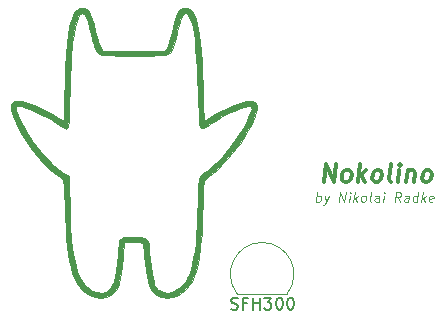
<source format=gbr>
G04 #@! TF.GenerationSoftware,KiCad,Pcbnew,5.1.5-52549c5~84~ubuntu18.04.1*
G04 #@! TF.CreationDate,2020-03-09T21:40:01+01:00*
G04 #@! TF.ProjectId,Nokolino_top,4e6f6b6f-6c69-46e6-9f5f-746f702e6b69,rev?*
G04 #@! TF.SameCoordinates,Original*
G04 #@! TF.FileFunction,Legend,Top*
G04 #@! TF.FilePolarity,Positive*
%FSLAX46Y46*%
G04 Gerber Fmt 4.6, Leading zero omitted, Abs format (unit mm)*
G04 Created by KiCad (PCBNEW 5.1.5-52549c5~84~ubuntu18.04.1) date 2020-03-09 21:40:01*
%MOMM*%
%LPD*%
G04 APERTURE LIST*
%ADD10C,0.100000*%
%ADD11C,0.300000*%
%ADD12C,0.120000*%
%ADD13C,0.010000*%
%ADD14C,0.150000*%
G04 APERTURE END LIST*
D10*
X149608303Y-130056904D02*
X149708303Y-129256904D01*
X149670208Y-129561666D02*
X149751160Y-129523571D01*
X149903541Y-129523571D01*
X149974970Y-129561666D01*
X150008303Y-129599761D01*
X150036875Y-129675952D01*
X150008303Y-129904523D01*
X149960684Y-129980714D01*
X149917827Y-130018809D01*
X149836875Y-130056904D01*
X149684494Y-130056904D01*
X149613065Y-130018809D01*
X150322589Y-129523571D02*
X150446398Y-130056904D01*
X150703541Y-129523571D02*
X150446398Y-130056904D01*
X150346398Y-130247380D01*
X150303541Y-130285476D01*
X150222589Y-130323571D01*
X151551160Y-130056904D02*
X151651160Y-129256904D01*
X152008303Y-130056904D01*
X152108303Y-129256904D01*
X152389255Y-130056904D02*
X152455922Y-129523571D01*
X152489255Y-129256904D02*
X152446398Y-129295000D01*
X152479732Y-129333095D01*
X152522589Y-129295000D01*
X152489255Y-129256904D01*
X152479732Y-129333095D01*
X152770208Y-130056904D02*
X152870208Y-129256904D01*
X152884494Y-129752142D02*
X153074970Y-130056904D01*
X153141636Y-129523571D02*
X152798779Y-129828333D01*
X153532113Y-130056904D02*
X153460684Y-130018809D01*
X153427351Y-129980714D01*
X153398779Y-129904523D01*
X153427351Y-129675952D01*
X153474970Y-129599761D01*
X153517827Y-129561666D01*
X153598779Y-129523571D01*
X153713065Y-129523571D01*
X153784494Y-129561666D01*
X153817827Y-129599761D01*
X153846398Y-129675952D01*
X153817827Y-129904523D01*
X153770208Y-129980714D01*
X153727351Y-130018809D01*
X153646398Y-130056904D01*
X153532113Y-130056904D01*
X154255922Y-130056904D02*
X154184494Y-130018809D01*
X154155922Y-129942619D01*
X154241636Y-129256904D01*
X154903541Y-130056904D02*
X154955922Y-129637857D01*
X154927351Y-129561666D01*
X154855922Y-129523571D01*
X154703541Y-129523571D01*
X154622589Y-129561666D01*
X154908303Y-130018809D02*
X154827351Y-130056904D01*
X154636875Y-130056904D01*
X154565446Y-130018809D01*
X154536875Y-129942619D01*
X154546398Y-129866428D01*
X154594017Y-129790238D01*
X154674970Y-129752142D01*
X154865446Y-129752142D01*
X154946398Y-129714047D01*
X155284494Y-130056904D02*
X155351160Y-129523571D01*
X155384494Y-129256904D02*
X155341636Y-129295000D01*
X155374970Y-129333095D01*
X155417827Y-129295000D01*
X155384494Y-129256904D01*
X155374970Y-129333095D01*
X156732113Y-130056904D02*
X156513065Y-129675952D01*
X156274970Y-130056904D02*
X156374970Y-129256904D01*
X156679732Y-129256904D01*
X156751160Y-129295000D01*
X156784494Y-129333095D01*
X156813065Y-129409285D01*
X156798779Y-129523571D01*
X156751160Y-129599761D01*
X156708303Y-129637857D01*
X156627351Y-129675952D01*
X156322589Y-129675952D01*
X157417827Y-130056904D02*
X157470208Y-129637857D01*
X157441636Y-129561666D01*
X157370208Y-129523571D01*
X157217827Y-129523571D01*
X157136875Y-129561666D01*
X157422589Y-130018809D02*
X157341636Y-130056904D01*
X157151160Y-130056904D01*
X157079732Y-130018809D01*
X157051160Y-129942619D01*
X157060684Y-129866428D01*
X157108303Y-129790238D01*
X157189255Y-129752142D01*
X157379732Y-129752142D01*
X157460684Y-129714047D01*
X158141636Y-130056904D02*
X158241636Y-129256904D01*
X158146398Y-130018809D02*
X158065446Y-130056904D01*
X157913065Y-130056904D01*
X157841636Y-130018809D01*
X157808303Y-129980714D01*
X157779732Y-129904523D01*
X157808303Y-129675952D01*
X157855922Y-129599761D01*
X157898779Y-129561666D01*
X157979732Y-129523571D01*
X158132113Y-129523571D01*
X158203541Y-129561666D01*
X158522589Y-130056904D02*
X158622589Y-129256904D01*
X158636875Y-129752142D02*
X158827351Y-130056904D01*
X158894017Y-129523571D02*
X158551160Y-129828333D01*
X159479732Y-130018809D02*
X159398779Y-130056904D01*
X159246398Y-130056904D01*
X159174970Y-130018809D01*
X159146398Y-129942619D01*
X159184494Y-129637857D01*
X159232113Y-129561666D01*
X159313065Y-129523571D01*
X159465446Y-129523571D01*
X159536875Y-129561666D01*
X159565446Y-129637857D01*
X159555922Y-129714047D01*
X159165446Y-129790238D01*
D11*
X150243928Y-128378571D02*
X150431428Y-126878571D01*
X151101071Y-128378571D01*
X151288571Y-126878571D01*
X152029642Y-128378571D02*
X151895714Y-128307142D01*
X151833214Y-128235714D01*
X151779642Y-128092857D01*
X151833214Y-127664285D01*
X151922500Y-127521428D01*
X152002857Y-127450000D01*
X152154642Y-127378571D01*
X152368928Y-127378571D01*
X152502857Y-127450000D01*
X152565357Y-127521428D01*
X152618928Y-127664285D01*
X152565357Y-128092857D01*
X152476071Y-128235714D01*
X152395714Y-128307142D01*
X152243928Y-128378571D01*
X152029642Y-128378571D01*
X153172500Y-128378571D02*
X153360000Y-126878571D01*
X153386785Y-127807142D02*
X153743928Y-128378571D01*
X153868928Y-127378571D02*
X153226071Y-127950000D01*
X154601071Y-128378571D02*
X154467142Y-128307142D01*
X154404642Y-128235714D01*
X154351071Y-128092857D01*
X154404642Y-127664285D01*
X154493928Y-127521428D01*
X154574285Y-127450000D01*
X154726071Y-127378571D01*
X154940357Y-127378571D01*
X155074285Y-127450000D01*
X155136785Y-127521428D01*
X155190357Y-127664285D01*
X155136785Y-128092857D01*
X155047500Y-128235714D01*
X154967142Y-128307142D01*
X154815357Y-128378571D01*
X154601071Y-128378571D01*
X155958214Y-128378571D02*
X155824285Y-128307142D01*
X155770714Y-128164285D01*
X155931428Y-126878571D01*
X156529642Y-128378571D02*
X156654642Y-127378571D01*
X156717142Y-126878571D02*
X156636785Y-126950000D01*
X156699285Y-127021428D01*
X156779642Y-126950000D01*
X156717142Y-126878571D01*
X156699285Y-127021428D01*
X157368928Y-127378571D02*
X157243928Y-128378571D01*
X157351071Y-127521428D02*
X157431428Y-127450000D01*
X157583214Y-127378571D01*
X157797500Y-127378571D01*
X157931428Y-127450000D01*
X157985000Y-127592857D01*
X157886785Y-128378571D01*
X158815357Y-128378571D02*
X158681428Y-128307142D01*
X158618928Y-128235714D01*
X158565357Y-128092857D01*
X158618928Y-127664285D01*
X158708214Y-127521428D01*
X158788571Y-127450000D01*
X158940357Y-127378571D01*
X159154642Y-127378571D01*
X159288571Y-127450000D01*
X159351071Y-127521428D01*
X159404642Y-127664285D01*
X159351071Y-128092857D01*
X159261785Y-128235714D01*
X159181428Y-128307142D01*
X159029642Y-128378571D01*
X158815357Y-128378571D01*
D12*
X147161056Y-137827263D02*
G75*
G03X142917300Y-137832100I-2123756J1645163D01*
G01*
X142917300Y-137832100D02*
X147167300Y-137832100D01*
D13*
G36*
X130075776Y-113663086D02*
G01*
X130306395Y-113836409D01*
X130501401Y-114141896D01*
X130670288Y-114593141D01*
X130779998Y-115011402D01*
X130925852Y-115630349D01*
X131044612Y-116105974D01*
X131143144Y-116460846D01*
X131228313Y-116717536D01*
X131306983Y-116898614D01*
X131386020Y-117026651D01*
X131397508Y-117041632D01*
X131560623Y-117248999D01*
X134172999Y-117249000D01*
X136785376Y-117249000D01*
X136947225Y-117043242D01*
X137035630Y-116873121D01*
X137140554Y-116584600D01*
X137245763Y-116225415D01*
X137299933Y-116006075D01*
X137457186Y-115343717D01*
X137592787Y-114827546D01*
X137713743Y-114436859D01*
X137827061Y-114150951D01*
X137939747Y-113949120D01*
X138035342Y-113833082D01*
X138322012Y-113638255D01*
X138617181Y-113610906D01*
X138910026Y-113750283D01*
X139072640Y-113905043D01*
X139213340Y-114093058D01*
X139338620Y-114325473D01*
X139449922Y-114613585D01*
X139548692Y-114968690D01*
X139636372Y-115402083D01*
X139714407Y-115925060D01*
X139784242Y-116548917D01*
X139847319Y-117284950D01*
X139905083Y-118144454D01*
X139958978Y-119138726D01*
X140010447Y-120279061D01*
X140060936Y-121576754D01*
X140063965Y-121659872D01*
X140121169Y-123234411D01*
X140554918Y-122941842D01*
X141039915Y-122639757D01*
X141579704Y-122345456D01*
X142141541Y-122072987D01*
X142692684Y-121836394D01*
X143200387Y-121649725D01*
X143631909Y-121527024D01*
X143954505Y-121482338D01*
X143957279Y-121482333D01*
X144280145Y-121537694D01*
X144484609Y-121709498D01*
X144578576Y-122006327D01*
X144587000Y-122165977D01*
X144542347Y-122406243D01*
X144417631Y-122759029D01*
X144226716Y-123195961D01*
X143983465Y-123688664D01*
X143701742Y-124208764D01*
X143395411Y-124727885D01*
X143142219Y-125123000D01*
X142861377Y-125508979D01*
X142505405Y-125946187D01*
X142102029Y-126405358D01*
X141678974Y-126857223D01*
X141263966Y-127272518D01*
X140884730Y-127621975D01*
X140568991Y-127876328D01*
X140472110Y-127941534D01*
X140264917Y-128085253D01*
X140152312Y-128227930D01*
X140094433Y-128435806D01*
X140070679Y-128608601D01*
X140048397Y-128878976D01*
X140029821Y-129263447D01*
X140017135Y-129706781D01*
X140012657Y-130076000D01*
X139986292Y-131418751D01*
X139918655Y-132658740D01*
X139811274Y-133784952D01*
X139665676Y-134786369D01*
X139483389Y-135651975D01*
X139265940Y-136370754D01*
X139078726Y-136810805D01*
X138870754Y-137116533D01*
X138558819Y-137445661D01*
X138193077Y-137751442D01*
X137823684Y-137987127D01*
X137807806Y-137995322D01*
X137410475Y-138131986D01*
X136962782Y-138183777D01*
X136532413Y-138148430D01*
X136230543Y-138048063D01*
X135922506Y-137816781D01*
X135641306Y-137478923D01*
X135440803Y-137102957D01*
X135352558Y-136799931D01*
X135265403Y-136362515D01*
X135184537Y-135825607D01*
X135115155Y-135224101D01*
X135062457Y-134592891D01*
X135058928Y-134539213D01*
X135025743Y-134101036D01*
X134989338Y-133805083D01*
X134944464Y-133624259D01*
X134885874Y-133531467D01*
X134860415Y-133514396D01*
X134726170Y-133487447D01*
X134482477Y-133470170D01*
X134179471Y-133462575D01*
X133867286Y-133464671D01*
X133596057Y-133476469D01*
X133415916Y-133497977D01*
X133373665Y-133514112D01*
X133354036Y-133607509D01*
X133325979Y-133837726D01*
X133292880Y-134172663D01*
X133258127Y-134580219D01*
X133249389Y-134692146D01*
X133184670Y-135444819D01*
X133114593Y-136052239D01*
X133033747Y-136538487D01*
X132936723Y-136927643D01*
X132818110Y-137243788D01*
X132672498Y-137511002D01*
X132588758Y-137632589D01*
X132255254Y-137949242D01*
X131827203Y-138143734D01*
X131336984Y-138205990D01*
X130917209Y-138152716D01*
X130366210Y-137935458D01*
X129872953Y-137569116D01*
X129450920Y-137068053D01*
X129113595Y-136446631D01*
X128978305Y-136087333D01*
X128827342Y-135581737D01*
X128701241Y-135054217D01*
X128597195Y-134481932D01*
X128512398Y-133842038D01*
X128444042Y-133111694D01*
X128389322Y-132268057D01*
X128345428Y-131288285D01*
X128328554Y-130799778D01*
X128305999Y-130155715D01*
X128281643Y-129567192D01*
X128256653Y-129055273D01*
X128232200Y-128641025D01*
X128209451Y-128345515D01*
X128189577Y-128189807D01*
X128182711Y-128171402D01*
X128091392Y-128101781D01*
X127897281Y-127955285D01*
X127633095Y-127756574D01*
X127453325Y-127621618D01*
X126750235Y-127015907D01*
X126051719Y-126263224D01*
X125374735Y-125385479D01*
X124736241Y-124404580D01*
X124175810Y-123387333D01*
X123907252Y-122789771D01*
X123763606Y-122305646D01*
X123756300Y-122159809D01*
X124182333Y-122159809D01*
X124226811Y-122366368D01*
X124350512Y-122685664D01*
X124538842Y-123089469D01*
X124777201Y-123549555D01*
X125050994Y-124037693D01*
X125345624Y-124525654D01*
X125633623Y-124966412D01*
X125993196Y-125452250D01*
X126418753Y-125962578D01*
X126878791Y-126464614D01*
X127341804Y-126925575D01*
X127776288Y-127312679D01*
X128150737Y-127593144D01*
X128169608Y-127605232D01*
X128643216Y-127905283D01*
X128698775Y-128813312D01*
X128724162Y-129324585D01*
X128743780Y-129902131D01*
X128754503Y-130446614D01*
X128755588Y-130618337D01*
X128789026Y-131996905D01*
X128884056Y-133273014D01*
X129038736Y-134430469D01*
X129251126Y-135453074D01*
X129397106Y-135968909D01*
X129671265Y-136599559D01*
X130054240Y-137113218D01*
X130535786Y-137496922D01*
X130658079Y-137564745D01*
X131050830Y-137702519D01*
X131454643Y-137736148D01*
X131815200Y-137665783D01*
X132004944Y-137560996D01*
X132201352Y-137371155D01*
X132362604Y-137127878D01*
X132494060Y-136811351D01*
X132601080Y-136401760D01*
X132689026Y-135879291D01*
X132763257Y-135224130D01*
X132819390Y-134550609D01*
X132854033Y-134123946D01*
X132889968Y-133751252D01*
X132923285Y-133468908D01*
X132950075Y-133313300D01*
X132953512Y-133302549D01*
X133093628Y-133164076D01*
X133381179Y-133066212D01*
X133798341Y-133012631D01*
X134327292Y-133007006D01*
X134378317Y-133008918D01*
X134770381Y-133032673D01*
X135049030Y-133083803D01*
X135235984Y-133188286D01*
X135352961Y-133372100D01*
X135421681Y-133661223D01*
X135463863Y-134081633D01*
X135480389Y-134327104D01*
X135529019Y-134937223D01*
X135594232Y-135529071D01*
X135671119Y-136071215D01*
X135754771Y-136532221D01*
X135840277Y-136880658D01*
X135906820Y-137057430D01*
X136056240Y-137272577D01*
X136262000Y-137489506D01*
X136293121Y-137516581D01*
X136631649Y-137699750D01*
X137019194Y-137743617D01*
X137430210Y-137660910D01*
X137839151Y-137464361D01*
X138220470Y-137166699D01*
X138548623Y-136780655D01*
X138798061Y-136318958D01*
X138822609Y-136256094D01*
X138979661Y-135800006D01*
X139113027Y-135325851D01*
X139225198Y-134813894D01*
X139318665Y-134244400D01*
X139395920Y-133597633D01*
X139459455Y-132853858D01*
X139511760Y-131993340D01*
X139555327Y-130996342D01*
X139580562Y-130252143D01*
X139602268Y-129569976D01*
X139621549Y-129037149D01*
X139640418Y-128633726D01*
X139660887Y-128339771D01*
X139684969Y-128135350D01*
X139714675Y-128000527D01*
X139752019Y-127915366D01*
X139799012Y-127859933D01*
X139824142Y-127839143D01*
X139973799Y-127726488D01*
X140213992Y-127548805D01*
X140498179Y-127340486D01*
X140560476Y-127295056D01*
X141149133Y-126799158D01*
X141754620Y-126164621D01*
X142356441Y-125417972D01*
X142934101Y-124585740D01*
X143467106Y-123694454D01*
X143735435Y-123185427D01*
X143955434Y-122729328D01*
X144091711Y-122397227D01*
X144148923Y-122168684D01*
X144131728Y-122023257D01*
X144044781Y-121940505D01*
X144021376Y-121930416D01*
X143839173Y-121928498D01*
X143538455Y-122002523D01*
X143145561Y-122140738D01*
X142686830Y-122331386D01*
X142188600Y-122562712D01*
X141677210Y-122822960D01*
X141178998Y-123100374D01*
X140720302Y-123383198D01*
X140625941Y-123445901D01*
X140262277Y-123679338D01*
X140009173Y-123803461D01*
X139845993Y-123816014D01*
X139752098Y-123714739D01*
X139706854Y-123497380D01*
X139696014Y-123344207D01*
X139687118Y-123149969D01*
X139672162Y-122809892D01*
X139652148Y-122347323D01*
X139628078Y-121785609D01*
X139600952Y-121148097D01*
X139571773Y-120458135D01*
X139548963Y-119916000D01*
X139497399Y-118800326D01*
X139442309Y-117840470D01*
X139382209Y-117022930D01*
X139315618Y-116334202D01*
X139241053Y-115760784D01*
X139157031Y-115289173D01*
X139062070Y-114905866D01*
X138968832Y-114632273D01*
X138801067Y-114277990D01*
X138640996Y-114088257D01*
X138482465Y-114058857D01*
X138319322Y-114185573D01*
X138318471Y-114186608D01*
X138223047Y-114323983D01*
X138138523Y-114502109D01*
X138055827Y-114749747D01*
X137965885Y-115095656D01*
X137859623Y-115568594D01*
X137812480Y-115790442D01*
X137650794Y-116446985D01*
X137472386Y-116965189D01*
X137281565Y-117334640D01*
X137088293Y-117541286D01*
X137010988Y-117578132D01*
X136891861Y-117607551D01*
X136713183Y-117630332D01*
X136457227Y-117647265D01*
X136106263Y-117659139D01*
X135642563Y-117666743D01*
X135048400Y-117670867D01*
X134306045Y-117672300D01*
X134145063Y-117672333D01*
X133388948Y-117671869D01*
X132783617Y-117669777D01*
X132310523Y-117665004D01*
X131951118Y-117656497D01*
X131686853Y-117643205D01*
X131499181Y-117624074D01*
X131369554Y-117598053D01*
X131279425Y-117564089D01*
X131210244Y-117521129D01*
X131188578Y-117504585D01*
X131036123Y-117346953D01*
X130900301Y-117116300D01*
X130772396Y-116789738D01*
X130643691Y-116344382D01*
X130505468Y-115757346D01*
X130482116Y-115649809D01*
X130384325Y-115230262D01*
X130280702Y-114843332D01*
X130184544Y-114535744D01*
X130117974Y-114370333D01*
X129955452Y-114142266D01*
X129790930Y-114075383D01*
X129628064Y-114161632D01*
X129470509Y-114392956D01*
X129321920Y-114761303D01*
X129185951Y-115258618D01*
X129066257Y-115876847D01*
X128966495Y-116607936D01*
X128926907Y-116995000D01*
X128895493Y-117394105D01*
X128861300Y-117928064D01*
X128825850Y-118562453D01*
X128790663Y-119262847D01*
X128757261Y-119994822D01*
X128727164Y-120723952D01*
X128701893Y-121415814D01*
X128682969Y-122035983D01*
X128671914Y-122550034D01*
X128669666Y-122817346D01*
X128663440Y-123262427D01*
X128641080Y-123563491D01*
X128597069Y-123745521D01*
X128525886Y-123833501D01*
X128440862Y-123852999D01*
X128319307Y-123808435D01*
X128095640Y-123688652D01*
X127807182Y-123514518D01*
X127624420Y-123396524D01*
X127120646Y-123082692D01*
X126581217Y-122779806D01*
X126035701Y-122501467D01*
X125513667Y-122261280D01*
X125044681Y-122072849D01*
X124658314Y-121949777D01*
X124384132Y-121905666D01*
X124383919Y-121905666D01*
X124239350Y-121935165D01*
X124186665Y-122057086D01*
X124182333Y-122159809D01*
X123756300Y-122159809D01*
X123744983Y-121933943D01*
X123851496Y-121673647D01*
X124083260Y-121523742D01*
X124387886Y-121482333D01*
X124725124Y-121528052D01*
X125171212Y-121656451D01*
X125695384Y-121854395D01*
X126266871Y-122108747D01*
X126854907Y-122406372D01*
X127428725Y-122734134D01*
X127662267Y-122880314D01*
X128221202Y-123240660D01*
X128279437Y-121324330D01*
X128327522Y-119943187D01*
X128383834Y-118723176D01*
X128449963Y-117656229D01*
X128527500Y-116734273D01*
X128618036Y-115949239D01*
X128723160Y-115293057D01*
X128844463Y-114757656D01*
X128983535Y-114334966D01*
X129141968Y-114016916D01*
X129321351Y-113795436D01*
X129523275Y-113662456D01*
X129749331Y-113609905D01*
X129800047Y-113608333D01*
X130075776Y-113663086D01*
G37*
X130075776Y-113663086D02*
X130306395Y-113836409D01*
X130501401Y-114141896D01*
X130670288Y-114593141D01*
X130779998Y-115011402D01*
X130925852Y-115630349D01*
X131044612Y-116105974D01*
X131143144Y-116460846D01*
X131228313Y-116717536D01*
X131306983Y-116898614D01*
X131386020Y-117026651D01*
X131397508Y-117041632D01*
X131560623Y-117248999D01*
X134172999Y-117249000D01*
X136785376Y-117249000D01*
X136947225Y-117043242D01*
X137035630Y-116873121D01*
X137140554Y-116584600D01*
X137245763Y-116225415D01*
X137299933Y-116006075D01*
X137457186Y-115343717D01*
X137592787Y-114827546D01*
X137713743Y-114436859D01*
X137827061Y-114150951D01*
X137939747Y-113949120D01*
X138035342Y-113833082D01*
X138322012Y-113638255D01*
X138617181Y-113610906D01*
X138910026Y-113750283D01*
X139072640Y-113905043D01*
X139213340Y-114093058D01*
X139338620Y-114325473D01*
X139449922Y-114613585D01*
X139548692Y-114968690D01*
X139636372Y-115402083D01*
X139714407Y-115925060D01*
X139784242Y-116548917D01*
X139847319Y-117284950D01*
X139905083Y-118144454D01*
X139958978Y-119138726D01*
X140010447Y-120279061D01*
X140060936Y-121576754D01*
X140063965Y-121659872D01*
X140121169Y-123234411D01*
X140554918Y-122941842D01*
X141039915Y-122639757D01*
X141579704Y-122345456D01*
X142141541Y-122072987D01*
X142692684Y-121836394D01*
X143200387Y-121649725D01*
X143631909Y-121527024D01*
X143954505Y-121482338D01*
X143957279Y-121482333D01*
X144280145Y-121537694D01*
X144484609Y-121709498D01*
X144578576Y-122006327D01*
X144587000Y-122165977D01*
X144542347Y-122406243D01*
X144417631Y-122759029D01*
X144226716Y-123195961D01*
X143983465Y-123688664D01*
X143701742Y-124208764D01*
X143395411Y-124727885D01*
X143142219Y-125123000D01*
X142861377Y-125508979D01*
X142505405Y-125946187D01*
X142102029Y-126405358D01*
X141678974Y-126857223D01*
X141263966Y-127272518D01*
X140884730Y-127621975D01*
X140568991Y-127876328D01*
X140472110Y-127941534D01*
X140264917Y-128085253D01*
X140152312Y-128227930D01*
X140094433Y-128435806D01*
X140070679Y-128608601D01*
X140048397Y-128878976D01*
X140029821Y-129263447D01*
X140017135Y-129706781D01*
X140012657Y-130076000D01*
X139986292Y-131418751D01*
X139918655Y-132658740D01*
X139811274Y-133784952D01*
X139665676Y-134786369D01*
X139483389Y-135651975D01*
X139265940Y-136370754D01*
X139078726Y-136810805D01*
X138870754Y-137116533D01*
X138558819Y-137445661D01*
X138193077Y-137751442D01*
X137823684Y-137987127D01*
X137807806Y-137995322D01*
X137410475Y-138131986D01*
X136962782Y-138183777D01*
X136532413Y-138148430D01*
X136230543Y-138048063D01*
X135922506Y-137816781D01*
X135641306Y-137478923D01*
X135440803Y-137102957D01*
X135352558Y-136799931D01*
X135265403Y-136362515D01*
X135184537Y-135825607D01*
X135115155Y-135224101D01*
X135062457Y-134592891D01*
X135058928Y-134539213D01*
X135025743Y-134101036D01*
X134989338Y-133805083D01*
X134944464Y-133624259D01*
X134885874Y-133531467D01*
X134860415Y-133514396D01*
X134726170Y-133487447D01*
X134482477Y-133470170D01*
X134179471Y-133462575D01*
X133867286Y-133464671D01*
X133596057Y-133476469D01*
X133415916Y-133497977D01*
X133373665Y-133514112D01*
X133354036Y-133607509D01*
X133325979Y-133837726D01*
X133292880Y-134172663D01*
X133258127Y-134580219D01*
X133249389Y-134692146D01*
X133184670Y-135444819D01*
X133114593Y-136052239D01*
X133033747Y-136538487D01*
X132936723Y-136927643D01*
X132818110Y-137243788D01*
X132672498Y-137511002D01*
X132588758Y-137632589D01*
X132255254Y-137949242D01*
X131827203Y-138143734D01*
X131336984Y-138205990D01*
X130917209Y-138152716D01*
X130366210Y-137935458D01*
X129872953Y-137569116D01*
X129450920Y-137068053D01*
X129113595Y-136446631D01*
X128978305Y-136087333D01*
X128827342Y-135581737D01*
X128701241Y-135054217D01*
X128597195Y-134481932D01*
X128512398Y-133842038D01*
X128444042Y-133111694D01*
X128389322Y-132268057D01*
X128345428Y-131288285D01*
X128328554Y-130799778D01*
X128305999Y-130155715D01*
X128281643Y-129567192D01*
X128256653Y-129055273D01*
X128232200Y-128641025D01*
X128209451Y-128345515D01*
X128189577Y-128189807D01*
X128182711Y-128171402D01*
X128091392Y-128101781D01*
X127897281Y-127955285D01*
X127633095Y-127756574D01*
X127453325Y-127621618D01*
X126750235Y-127015907D01*
X126051719Y-126263224D01*
X125374735Y-125385479D01*
X124736241Y-124404580D01*
X124175810Y-123387333D01*
X123907252Y-122789771D01*
X123763606Y-122305646D01*
X123756300Y-122159809D01*
X124182333Y-122159809D01*
X124226811Y-122366368D01*
X124350512Y-122685664D01*
X124538842Y-123089469D01*
X124777201Y-123549555D01*
X125050994Y-124037693D01*
X125345624Y-124525654D01*
X125633623Y-124966412D01*
X125993196Y-125452250D01*
X126418753Y-125962578D01*
X126878791Y-126464614D01*
X127341804Y-126925575D01*
X127776288Y-127312679D01*
X128150737Y-127593144D01*
X128169608Y-127605232D01*
X128643216Y-127905283D01*
X128698775Y-128813312D01*
X128724162Y-129324585D01*
X128743780Y-129902131D01*
X128754503Y-130446614D01*
X128755588Y-130618337D01*
X128789026Y-131996905D01*
X128884056Y-133273014D01*
X129038736Y-134430469D01*
X129251126Y-135453074D01*
X129397106Y-135968909D01*
X129671265Y-136599559D01*
X130054240Y-137113218D01*
X130535786Y-137496922D01*
X130658079Y-137564745D01*
X131050830Y-137702519D01*
X131454643Y-137736148D01*
X131815200Y-137665783D01*
X132004944Y-137560996D01*
X132201352Y-137371155D01*
X132362604Y-137127878D01*
X132494060Y-136811351D01*
X132601080Y-136401760D01*
X132689026Y-135879291D01*
X132763257Y-135224130D01*
X132819390Y-134550609D01*
X132854033Y-134123946D01*
X132889968Y-133751252D01*
X132923285Y-133468908D01*
X132950075Y-133313300D01*
X132953512Y-133302549D01*
X133093628Y-133164076D01*
X133381179Y-133066212D01*
X133798341Y-133012631D01*
X134327292Y-133007006D01*
X134378317Y-133008918D01*
X134770381Y-133032673D01*
X135049030Y-133083803D01*
X135235984Y-133188286D01*
X135352961Y-133372100D01*
X135421681Y-133661223D01*
X135463863Y-134081633D01*
X135480389Y-134327104D01*
X135529019Y-134937223D01*
X135594232Y-135529071D01*
X135671119Y-136071215D01*
X135754771Y-136532221D01*
X135840277Y-136880658D01*
X135906820Y-137057430D01*
X136056240Y-137272577D01*
X136262000Y-137489506D01*
X136293121Y-137516581D01*
X136631649Y-137699750D01*
X137019194Y-137743617D01*
X137430210Y-137660910D01*
X137839151Y-137464361D01*
X138220470Y-137166699D01*
X138548623Y-136780655D01*
X138798061Y-136318958D01*
X138822609Y-136256094D01*
X138979661Y-135800006D01*
X139113027Y-135325851D01*
X139225198Y-134813894D01*
X139318665Y-134244400D01*
X139395920Y-133597633D01*
X139459455Y-132853858D01*
X139511760Y-131993340D01*
X139555327Y-130996342D01*
X139580562Y-130252143D01*
X139602268Y-129569976D01*
X139621549Y-129037149D01*
X139640418Y-128633726D01*
X139660887Y-128339771D01*
X139684969Y-128135350D01*
X139714675Y-128000527D01*
X139752019Y-127915366D01*
X139799012Y-127859933D01*
X139824142Y-127839143D01*
X139973799Y-127726488D01*
X140213992Y-127548805D01*
X140498179Y-127340486D01*
X140560476Y-127295056D01*
X141149133Y-126799158D01*
X141754620Y-126164621D01*
X142356441Y-125417972D01*
X142934101Y-124585740D01*
X143467106Y-123694454D01*
X143735435Y-123185427D01*
X143955434Y-122729328D01*
X144091711Y-122397227D01*
X144148923Y-122168684D01*
X144131728Y-122023257D01*
X144044781Y-121940505D01*
X144021376Y-121930416D01*
X143839173Y-121928498D01*
X143538455Y-122002523D01*
X143145561Y-122140738D01*
X142686830Y-122331386D01*
X142188600Y-122562712D01*
X141677210Y-122822960D01*
X141178998Y-123100374D01*
X140720302Y-123383198D01*
X140625941Y-123445901D01*
X140262277Y-123679338D01*
X140009173Y-123803461D01*
X139845993Y-123816014D01*
X139752098Y-123714739D01*
X139706854Y-123497380D01*
X139696014Y-123344207D01*
X139687118Y-123149969D01*
X139672162Y-122809892D01*
X139652148Y-122347323D01*
X139628078Y-121785609D01*
X139600952Y-121148097D01*
X139571773Y-120458135D01*
X139548963Y-119916000D01*
X139497399Y-118800326D01*
X139442309Y-117840470D01*
X139382209Y-117022930D01*
X139315618Y-116334202D01*
X139241053Y-115760784D01*
X139157031Y-115289173D01*
X139062070Y-114905866D01*
X138968832Y-114632273D01*
X138801067Y-114277990D01*
X138640996Y-114088257D01*
X138482465Y-114058857D01*
X138319322Y-114185573D01*
X138318471Y-114186608D01*
X138223047Y-114323983D01*
X138138523Y-114502109D01*
X138055827Y-114749747D01*
X137965885Y-115095656D01*
X137859623Y-115568594D01*
X137812480Y-115790442D01*
X137650794Y-116446985D01*
X137472386Y-116965189D01*
X137281565Y-117334640D01*
X137088293Y-117541286D01*
X137010988Y-117578132D01*
X136891861Y-117607551D01*
X136713183Y-117630332D01*
X136457227Y-117647265D01*
X136106263Y-117659139D01*
X135642563Y-117666743D01*
X135048400Y-117670867D01*
X134306045Y-117672300D01*
X134145063Y-117672333D01*
X133388948Y-117671869D01*
X132783617Y-117669777D01*
X132310523Y-117665004D01*
X131951118Y-117656497D01*
X131686853Y-117643205D01*
X131499181Y-117624074D01*
X131369554Y-117598053D01*
X131279425Y-117564089D01*
X131210244Y-117521129D01*
X131188578Y-117504585D01*
X131036123Y-117346953D01*
X130900301Y-117116300D01*
X130772396Y-116789738D01*
X130643691Y-116344382D01*
X130505468Y-115757346D01*
X130482116Y-115649809D01*
X130384325Y-115230262D01*
X130280702Y-114843332D01*
X130184544Y-114535744D01*
X130117974Y-114370333D01*
X129955452Y-114142266D01*
X129790930Y-114075383D01*
X129628064Y-114161632D01*
X129470509Y-114392956D01*
X129321920Y-114761303D01*
X129185951Y-115258618D01*
X129066257Y-115876847D01*
X128966495Y-116607936D01*
X128926907Y-116995000D01*
X128895493Y-117394105D01*
X128861300Y-117928064D01*
X128825850Y-118562453D01*
X128790663Y-119262847D01*
X128757261Y-119994822D01*
X128727164Y-120723952D01*
X128701893Y-121415814D01*
X128682969Y-122035983D01*
X128671914Y-122550034D01*
X128669666Y-122817346D01*
X128663440Y-123262427D01*
X128641080Y-123563491D01*
X128597069Y-123745521D01*
X128525886Y-123833501D01*
X128440862Y-123852999D01*
X128319307Y-123808435D01*
X128095640Y-123688652D01*
X127807182Y-123514518D01*
X127624420Y-123396524D01*
X127120646Y-123082692D01*
X126581217Y-122779806D01*
X126035701Y-122501467D01*
X125513667Y-122261280D01*
X125044681Y-122072849D01*
X124658314Y-121949777D01*
X124384132Y-121905666D01*
X124383919Y-121905666D01*
X124239350Y-121935165D01*
X124186665Y-122057086D01*
X124182333Y-122159809D01*
X123756300Y-122159809D01*
X123744983Y-121933943D01*
X123851496Y-121673647D01*
X124083260Y-121523742D01*
X124387886Y-121482333D01*
X124725124Y-121528052D01*
X125171212Y-121656451D01*
X125695384Y-121854395D01*
X126266871Y-122108747D01*
X126854907Y-122406372D01*
X127428725Y-122734134D01*
X127662267Y-122880314D01*
X128221202Y-123240660D01*
X128279437Y-121324330D01*
X128327522Y-119943187D01*
X128383834Y-118723176D01*
X128449963Y-117656229D01*
X128527500Y-116734273D01*
X128618036Y-115949239D01*
X128723160Y-115293057D01*
X128844463Y-114757656D01*
X128983535Y-114334966D01*
X129141968Y-114016916D01*
X129321351Y-113795436D01*
X129523275Y-113662456D01*
X129749331Y-113609905D01*
X129800047Y-113608333D01*
X130075776Y-113663086D01*
D14*
X142400633Y-139126861D02*
X142543490Y-139174480D01*
X142781585Y-139174480D01*
X142876823Y-139126861D01*
X142924442Y-139079242D01*
X142972061Y-138984004D01*
X142972061Y-138888766D01*
X142924442Y-138793528D01*
X142876823Y-138745909D01*
X142781585Y-138698290D01*
X142591109Y-138650671D01*
X142495871Y-138603052D01*
X142448252Y-138555433D01*
X142400633Y-138460195D01*
X142400633Y-138364957D01*
X142448252Y-138269719D01*
X142495871Y-138222100D01*
X142591109Y-138174480D01*
X142829204Y-138174480D01*
X142972061Y-138222100D01*
X143733966Y-138650671D02*
X143400633Y-138650671D01*
X143400633Y-139174480D02*
X143400633Y-138174480D01*
X143876823Y-138174480D01*
X144257776Y-139174480D02*
X144257776Y-138174480D01*
X144257776Y-138650671D02*
X144829204Y-138650671D01*
X144829204Y-139174480D02*
X144829204Y-138174480D01*
X145210157Y-138174480D02*
X145829204Y-138174480D01*
X145495871Y-138555433D01*
X145638728Y-138555433D01*
X145733966Y-138603052D01*
X145781585Y-138650671D01*
X145829204Y-138745909D01*
X145829204Y-138984004D01*
X145781585Y-139079242D01*
X145733966Y-139126861D01*
X145638728Y-139174480D01*
X145353014Y-139174480D01*
X145257776Y-139126861D01*
X145210157Y-139079242D01*
X146448252Y-138174480D02*
X146543490Y-138174480D01*
X146638728Y-138222100D01*
X146686347Y-138269719D01*
X146733966Y-138364957D01*
X146781585Y-138555433D01*
X146781585Y-138793528D01*
X146733966Y-138984004D01*
X146686347Y-139079242D01*
X146638728Y-139126861D01*
X146543490Y-139174480D01*
X146448252Y-139174480D01*
X146353014Y-139126861D01*
X146305395Y-139079242D01*
X146257776Y-138984004D01*
X146210157Y-138793528D01*
X146210157Y-138555433D01*
X146257776Y-138364957D01*
X146305395Y-138269719D01*
X146353014Y-138222100D01*
X146448252Y-138174480D01*
X147400633Y-138174480D02*
X147495871Y-138174480D01*
X147591109Y-138222100D01*
X147638728Y-138269719D01*
X147686347Y-138364957D01*
X147733966Y-138555433D01*
X147733966Y-138793528D01*
X147686347Y-138984004D01*
X147638728Y-139079242D01*
X147591109Y-139126861D01*
X147495871Y-139174480D01*
X147400633Y-139174480D01*
X147305395Y-139126861D01*
X147257776Y-139079242D01*
X147210157Y-138984004D01*
X147162538Y-138793528D01*
X147162538Y-138555433D01*
X147210157Y-138364957D01*
X147257776Y-138269719D01*
X147305395Y-138222100D01*
X147400633Y-138174480D01*
M02*

</source>
